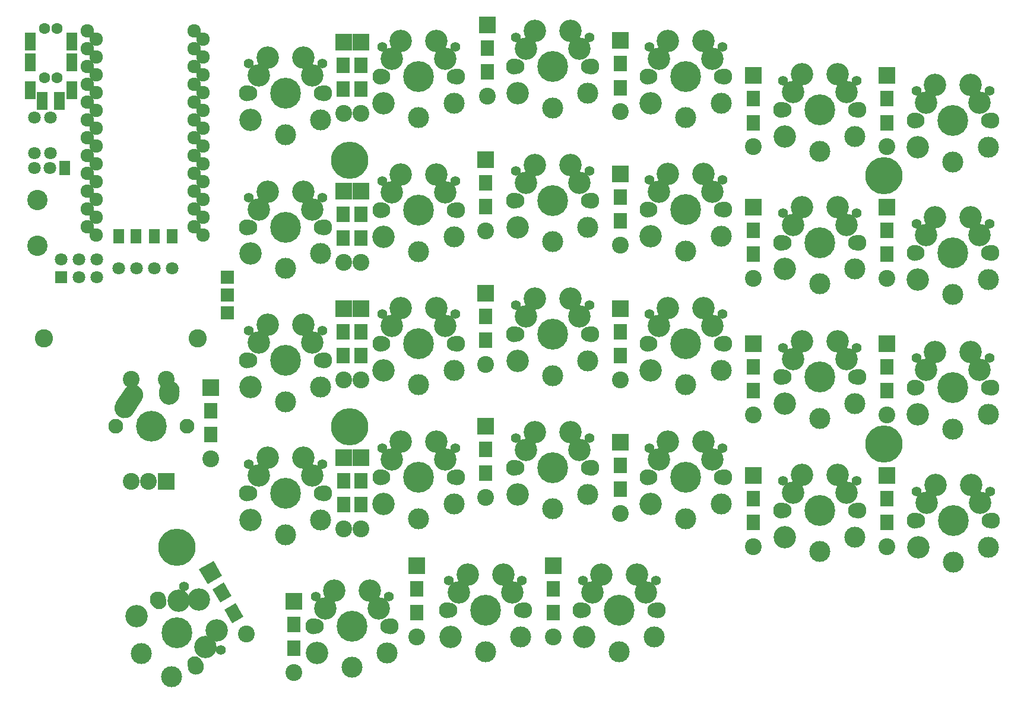
<source format=gbr>
G04 #@! TF.GenerationSoftware,KiCad,Pcbnew,5.1.6-c6e7f7d~87~ubuntu20.04.1*
G04 #@! TF.CreationDate,2020-10-22T20:53:10+01:00*
G04 #@! TF.ProjectId,Lily58,4c696c79-3538-42e6-9b69-6361645f7063,rev?*
G04 #@! TF.SameCoordinates,Original*
G04 #@! TF.FileFunction,Soldermask,Top*
G04 #@! TF.FilePolarity,Negative*
%FSLAX46Y46*%
G04 Gerber Fmt 4.6, Leading zero omitted, Abs format (unit mm)*
G04 Created by KiCad (PCBNEW 5.1.6-c6e7f7d~87~ubuntu20.04.1) date 2020-10-22 20:53:10*
%MOMM*%
%LPD*%
G01*
G04 APERTURE LIST*
%ADD10R,2.400000X2.400000*%
%ADD11C,2.400000*%
%ADD12C,2.600000*%
%ADD13C,2.101800*%
%ADD14C,4.387800*%
%ADD15C,1.600000*%
%ADD16R,1.600000X2.500000*%
%ADD17R,1.900000X2.200000*%
%ADD18C,2.398980*%
%ADD19R,2.398980X2.398980*%
%ADD20C,0.100000*%
%ADD21C,5.300000*%
%ADD22R,1.797000X1.797000*%
%ADD23C,1.797000*%
%ADD24C,2.900000*%
%ADD25C,1.924000*%
%ADD26C,1.400000*%
%ADD27C,3.000000*%
%ADD28C,3.200000*%
%ADD29C,2.100000*%
%ADD30C,4.400000*%
%ADD31C,2.300000*%
%ADD32R,1.924000X1.924000*%
%ADD33R,0.781000X0.781000*%
%ADD34R,1.543000X1.035000*%
G04 APERTURE END LIST*
D10*
X103441500Y-105346500D03*
D11*
X100941500Y-105346500D03*
X98441500Y-105346500D03*
X103441500Y-90846500D03*
X98441500Y-90846500D03*
D12*
X108000000Y-85000000D03*
X86000000Y-85000000D03*
G36*
G01*
X102453633Y-92900706D02*
X102493082Y-92322050D01*
G75*
G02*
X104038346Y-90974030I1446642J-98622D01*
G01*
X104038346Y-90974030D01*
G75*
G02*
X105386366Y-92519294I-98622J-1446642D01*
G01*
X105346918Y-93097950D01*
G75*
G02*
X103801654Y-94445970I-1446642J98622D01*
G01*
X103801654Y-94445970D01*
G75*
G02*
X102453634Y-92900706I98622J1446642D01*
G01*
G37*
G36*
G01*
X96317620Y-94149731D02*
X97526544Y-92252101D01*
G75*
G02*
X99528546Y-91808267I1222918J-779084D01*
G01*
X99528546Y-91808267D01*
G75*
G02*
X99972380Y-93810269I-779084J-1222918D01*
G01*
X98763456Y-95707899D01*
G75*
G02*
X96761454Y-96151733I-1222918J779084D01*
G01*
X96761454Y-96151733D01*
G75*
G02*
X96317620Y-94149731I779084J1222918D01*
G01*
G37*
D13*
X106480000Y-97500000D03*
X96320000Y-97500000D03*
D14*
X101400000Y-97500000D03*
D15*
X86150000Y-47800000D03*
X86150000Y-40800000D03*
D16*
X84050000Y-49600000D03*
X88250000Y-51100000D03*
X84050000Y-42600000D03*
X84050000Y-45600000D03*
D15*
X87900000Y-40800000D03*
X87900000Y-47800000D03*
D16*
X90000000Y-42600000D03*
X90000000Y-45600000D03*
X90000000Y-49600000D03*
X85800000Y-51100000D03*
D17*
X128750000Y-49450000D03*
X128750000Y-46050000D03*
D18*
X128752540Y-52910000D03*
D19*
X128752540Y-42750000D03*
D20*
G36*
X111777276Y-123694615D02*
G01*
X113422724Y-122744615D01*
X114522724Y-124649871D01*
X112877276Y-125599871D01*
X111777276Y-123694615D01*
G37*
G36*
X110077276Y-120750129D02*
G01*
X111722724Y-119800129D01*
X112822724Y-121705385D01*
X111177276Y-122655385D01*
X110077276Y-120750129D01*
G37*
D18*
X114882200Y-127167421D03*
D20*
G36*
X111440734Y-118807647D02*
G01*
X109363156Y-120007137D01*
X108163666Y-117929559D01*
X110241244Y-116730069D01*
X111440734Y-118807647D01*
G37*
D17*
X131250000Y-108700000D03*
X131250000Y-105300000D03*
D18*
X131252540Y-112160000D03*
D19*
X131252540Y-102000000D03*
D17*
X128750000Y-70700000D03*
X128750000Y-67300000D03*
D18*
X128752540Y-74160000D03*
D19*
X128752540Y-64000000D03*
D17*
X131250000Y-49450000D03*
X131250000Y-46050000D03*
D18*
X131252540Y-52910000D03*
D19*
X131252540Y-42750000D03*
D17*
X149250000Y-46950000D03*
X149250000Y-43550000D03*
D18*
X149252540Y-50410000D03*
D19*
X149252540Y-40250000D03*
D17*
X168250000Y-49200000D03*
X168250000Y-45800000D03*
D18*
X168252540Y-52660000D03*
D19*
X168252540Y-42500000D03*
D17*
X187250000Y-54200000D03*
X187250000Y-50800000D03*
D18*
X187252540Y-57660000D03*
D19*
X187252540Y-47500000D03*
D17*
X206250000Y-54200000D03*
X206250000Y-50800000D03*
D18*
X206252540Y-57660000D03*
D19*
X206252540Y-47500000D03*
D17*
X131252540Y-70652540D03*
X131252540Y-67252540D03*
D18*
X131255080Y-74112540D03*
D19*
X131255080Y-63952540D03*
D17*
X149000000Y-66200000D03*
X149000000Y-62800000D03*
D18*
X149002540Y-69660000D03*
D19*
X149002540Y-59500000D03*
D17*
X168250000Y-68200000D03*
X168250000Y-64800000D03*
D18*
X168252540Y-71660000D03*
D19*
X168252540Y-61500000D03*
D17*
X187250000Y-72950000D03*
X187250000Y-69550000D03*
D18*
X187252540Y-76410000D03*
D19*
X187252540Y-66250000D03*
D17*
X206250000Y-72950000D03*
X206250000Y-69550000D03*
D18*
X206252540Y-76410000D03*
D19*
X206252540Y-66250000D03*
D17*
X128750000Y-87450000D03*
X128750000Y-84050000D03*
D18*
X128752540Y-90910000D03*
D19*
X128752540Y-80750000D03*
D17*
X131250000Y-87450000D03*
X131250000Y-84050000D03*
D18*
X131252540Y-90910000D03*
D19*
X131252540Y-80750000D03*
D17*
X149000000Y-85200000D03*
X149000000Y-81800000D03*
D18*
X149002540Y-88660000D03*
D19*
X149002540Y-78500000D03*
D17*
X168250000Y-87450000D03*
X168250000Y-84050000D03*
D18*
X168252540Y-90910000D03*
D19*
X168252540Y-80750000D03*
D17*
X187250000Y-92450000D03*
X187250000Y-89050000D03*
D18*
X187252540Y-95910000D03*
D19*
X187252540Y-85750000D03*
D17*
X206250000Y-92450000D03*
X206250000Y-89050000D03*
D18*
X206252540Y-95910000D03*
D19*
X206252540Y-85750000D03*
D17*
X128800000Y-108700000D03*
X128800000Y-105300000D03*
D18*
X128802540Y-112160000D03*
D19*
X128802540Y-102000000D03*
D17*
X149000000Y-104200000D03*
X149000000Y-100800000D03*
D18*
X149002540Y-107660000D03*
D19*
X149002540Y-97500000D03*
D17*
X168250000Y-106450000D03*
X168250000Y-103050000D03*
D18*
X168252540Y-109910000D03*
D19*
X168252540Y-99750000D03*
D17*
X187250000Y-111200000D03*
X187250000Y-107800000D03*
D18*
X187252540Y-114660000D03*
D19*
X187252540Y-104500000D03*
D17*
X206250000Y-111200000D03*
X206250000Y-107800000D03*
D18*
X206252540Y-114660000D03*
D19*
X206252540Y-104500000D03*
D17*
X109800000Y-98700000D03*
X109800000Y-95300000D03*
D18*
X109802540Y-102160000D03*
D19*
X109802540Y-92000000D03*
D17*
X121700000Y-129200000D03*
X121700000Y-125800000D03*
D18*
X121702540Y-132660000D03*
D19*
X121702540Y-122500000D03*
D17*
X139200000Y-124100000D03*
X139200000Y-120700000D03*
D18*
X139202540Y-127560000D03*
D19*
X139202540Y-117400000D03*
D17*
X158700000Y-124100000D03*
X158700000Y-120700000D03*
D18*
X158702540Y-127560000D03*
D19*
X158702540Y-117400000D03*
D21*
X129600000Y-59600000D03*
X205800000Y-61800000D03*
X129600000Y-97600000D03*
X205800000Y-100000000D03*
X105000000Y-114800000D03*
D22*
X88483973Y-76263759D03*
D23*
X88483973Y-73723759D03*
X91023973Y-76263759D03*
X91023973Y-73723759D03*
X93563973Y-76263759D03*
X93563973Y-73723759D03*
D24*
X85100000Y-71750000D03*
X85100000Y-65250000D03*
D23*
X84688035Y-53499272D03*
X84688035Y-58579272D03*
X86938035Y-53499272D03*
X86938035Y-58579272D03*
X86900000Y-60700000D03*
X84700000Y-60700000D03*
D25*
X93478815Y-47405745D03*
X108718815Y-65185745D03*
X93478815Y-57565745D03*
X108718815Y-55025745D03*
X108718815Y-49945745D03*
X93478815Y-67725745D03*
X108718815Y-47405745D03*
X108718815Y-42325745D03*
X93478815Y-62645745D03*
X108718815Y-70265745D03*
X93478815Y-55025745D03*
X93478815Y-44865745D03*
X93478815Y-49945745D03*
X93478815Y-52485745D03*
X93478815Y-65185745D03*
X93478815Y-60105745D03*
X108718815Y-62645745D03*
X108718815Y-60105745D03*
X93478815Y-70265745D03*
X108718815Y-67725745D03*
X108718815Y-44865745D03*
X93478815Y-42325745D03*
X108718815Y-57565745D03*
X108718815Y-52485745D03*
X92180000Y-41130000D03*
X92180000Y-43670000D03*
X92180000Y-46210000D03*
X92180000Y-48750000D03*
X92180000Y-51290000D03*
X92180000Y-53830000D03*
X92180000Y-56370000D03*
X92180000Y-58910000D03*
X92180000Y-61450000D03*
X92180000Y-63990000D03*
X92180000Y-66530000D03*
X92180000Y-69070000D03*
X107420000Y-69070000D03*
X107420000Y-66530000D03*
X107420000Y-63990000D03*
X107420000Y-61450000D03*
X107420000Y-58910000D03*
X107420000Y-56370000D03*
X107420000Y-53830000D03*
X107420000Y-51290000D03*
X107420000Y-48750000D03*
X107420000Y-46210000D03*
X107420000Y-43670000D03*
X107420000Y-41130000D03*
D26*
X111247307Y-129420653D03*
D27*
X104209103Y-133230127D03*
X99890450Y-129950000D03*
D28*
X99209103Y-124569873D03*
X110669409Y-126659705D03*
X108129409Y-122260295D03*
X109104705Y-129029557D03*
D29*
X107540000Y-131399409D03*
X102460000Y-122600591D03*
D30*
X105000000Y-127000000D03*
D28*
X105294705Y-122430443D03*
D26*
X106027307Y-120379347D03*
D31*
X102250000Y-122236860D03*
X107750000Y-131763140D03*
D32*
X112200000Y-81300000D03*
X112200000Y-78760000D03*
X112200000Y-76220000D03*
D26*
X125720000Y-83900000D03*
D27*
X125500000Y-91900000D03*
X120500000Y-94000000D03*
D28*
X115500000Y-91900000D03*
X123040000Y-83020000D03*
X117960000Y-83020000D03*
X124310000Y-85560000D03*
D29*
X125580000Y-88100000D03*
X115420000Y-88100000D03*
D30*
X120500000Y-88100000D03*
D28*
X116690000Y-85560000D03*
D26*
X115280000Y-83900000D03*
D31*
X115000000Y-88100000D03*
X126000000Y-88100000D03*
D26*
X220920000Y-87800000D03*
D27*
X220700000Y-95800000D03*
X215700000Y-97900000D03*
D28*
X210700000Y-95800000D03*
X218240000Y-86920000D03*
X213160000Y-86920000D03*
X219510000Y-89460000D03*
D29*
X220780000Y-92000000D03*
X210620000Y-92000000D03*
D30*
X215700000Y-92000000D03*
D28*
X211890000Y-89460000D03*
D26*
X210480000Y-87800000D03*
D31*
X210200000Y-92000000D03*
X221200000Y-92000000D03*
D26*
X220970000Y-106800000D03*
D27*
X220750000Y-114800000D03*
X215750000Y-116900000D03*
D28*
X210750000Y-114800000D03*
X218290000Y-105920000D03*
X213210000Y-105920000D03*
X219560000Y-108460000D03*
D29*
X220830000Y-111000000D03*
X210670000Y-111000000D03*
D30*
X215750000Y-111000000D03*
D28*
X211940000Y-108460000D03*
D26*
X210530000Y-106800000D03*
D31*
X210250000Y-111000000D03*
X221250000Y-111000000D03*
D26*
X154220000Y-119550000D03*
D27*
X154000000Y-127550000D03*
X149000000Y-129650000D03*
D28*
X144000000Y-127550000D03*
X151540000Y-118670000D03*
X146460000Y-118670000D03*
X152810000Y-121210000D03*
D29*
X154080000Y-123750000D03*
X143920000Y-123750000D03*
D30*
X149000000Y-123750000D03*
D28*
X145190000Y-121210000D03*
D26*
X143780000Y-119550000D03*
D31*
X143500000Y-123750000D03*
X154500000Y-123750000D03*
D26*
X125720000Y-45800000D03*
D27*
X125500000Y-53800000D03*
X120500000Y-55900000D03*
D28*
X115500000Y-53800000D03*
X123040000Y-44920000D03*
X117960000Y-44920000D03*
X124310000Y-47460000D03*
D29*
X125580000Y-50000000D03*
X115420000Y-50000000D03*
D30*
X120500000Y-50000000D03*
D28*
X116690000Y-47460000D03*
D26*
X115280000Y-45800000D03*
D31*
X115000000Y-50000000D03*
X126000000Y-50000000D03*
D26*
X144720000Y-43400000D03*
D27*
X144500000Y-51400000D03*
X139500000Y-53500000D03*
D28*
X134500000Y-51400000D03*
X142040000Y-42520000D03*
X136960000Y-42520000D03*
X143310000Y-45060000D03*
D29*
X144580000Y-47600000D03*
X134420000Y-47600000D03*
D30*
X139500000Y-47600000D03*
D28*
X135690000Y-45060000D03*
D26*
X134280000Y-43400000D03*
D31*
X134000000Y-47600000D03*
X145000000Y-47600000D03*
D26*
X163820000Y-42010000D03*
D27*
X163600000Y-50010000D03*
X158600000Y-52110000D03*
D28*
X153600000Y-50010000D03*
X161140000Y-41130000D03*
X156060000Y-41130000D03*
X162410000Y-43670000D03*
D29*
X163680000Y-46210000D03*
X153520000Y-46210000D03*
D30*
X158600000Y-46210000D03*
D28*
X154790000Y-43670000D03*
D26*
X153380000Y-42010000D03*
D31*
X153100000Y-46210000D03*
X164100000Y-46210000D03*
D26*
X182820000Y-43400000D03*
D27*
X182600000Y-51400000D03*
X177600000Y-53500000D03*
D28*
X172600000Y-51400000D03*
X180140000Y-42520000D03*
X175060000Y-42520000D03*
X181410000Y-45060000D03*
D29*
X182680000Y-47600000D03*
X172520000Y-47600000D03*
D30*
X177600000Y-47600000D03*
D28*
X173790000Y-45060000D03*
D26*
X172380000Y-43400000D03*
D31*
X172100000Y-47600000D03*
X183100000Y-47600000D03*
D26*
X201920000Y-48200000D03*
D27*
X201700000Y-56200000D03*
X196700000Y-58300000D03*
D28*
X191700000Y-56200000D03*
X199240000Y-47320000D03*
X194160000Y-47320000D03*
X200510000Y-49860000D03*
D29*
X201780000Y-52400000D03*
X191620000Y-52400000D03*
D30*
X196700000Y-52400000D03*
D28*
X192890000Y-49860000D03*
D26*
X191480000Y-48200000D03*
D31*
X191200000Y-52400000D03*
X202200000Y-52400000D03*
D26*
X220920000Y-49700000D03*
D27*
X220700000Y-57700000D03*
X215700000Y-59800000D03*
D28*
X210700000Y-57700000D03*
X218240000Y-48820000D03*
X213160000Y-48820000D03*
X219510000Y-51360000D03*
D29*
X220780000Y-53900000D03*
X210620000Y-53900000D03*
D30*
X215700000Y-53900000D03*
D28*
X211890000Y-51360000D03*
D26*
X210480000Y-49700000D03*
D31*
X210200000Y-53900000D03*
X221200000Y-53900000D03*
D26*
X125720000Y-64900000D03*
D27*
X125500000Y-72900000D03*
X120500000Y-75000000D03*
D28*
X115500000Y-72900000D03*
X123040000Y-64020000D03*
X117960000Y-64020000D03*
X124310000Y-66560000D03*
D29*
X125580000Y-69100000D03*
X115420000Y-69100000D03*
D30*
X120500000Y-69100000D03*
D28*
X116690000Y-66560000D03*
D26*
X115280000Y-64900000D03*
D31*
X115000000Y-69100000D03*
X126000000Y-69100000D03*
D26*
X144720000Y-62500000D03*
D27*
X144500000Y-70500000D03*
X139500000Y-72600000D03*
D28*
X134500000Y-70500000D03*
X142040000Y-61620000D03*
X136960000Y-61620000D03*
X143310000Y-64160000D03*
D29*
X144580000Y-66700000D03*
X134420000Y-66700000D03*
D30*
X139500000Y-66700000D03*
D28*
X135690000Y-64160000D03*
D26*
X134280000Y-62500000D03*
D31*
X134000000Y-66700000D03*
X145000000Y-66700000D03*
D26*
X163820000Y-61100000D03*
D27*
X163600000Y-69100000D03*
X158600000Y-71200000D03*
D28*
X153600000Y-69100000D03*
X161140000Y-60220000D03*
X156060000Y-60220000D03*
X162410000Y-62760000D03*
D29*
X163680000Y-65300000D03*
X153520000Y-65300000D03*
D30*
X158600000Y-65300000D03*
D28*
X154790000Y-62760000D03*
D26*
X153380000Y-61100000D03*
D31*
X153100000Y-65300000D03*
X164100000Y-65300000D03*
D26*
X182820000Y-62400000D03*
D27*
X182600000Y-70400000D03*
X177600000Y-72500000D03*
D28*
X172600000Y-70400000D03*
X180140000Y-61520000D03*
X175060000Y-61520000D03*
X181410000Y-64060000D03*
D29*
X182680000Y-66600000D03*
X172520000Y-66600000D03*
D30*
X177600000Y-66600000D03*
D28*
X173790000Y-64060000D03*
D26*
X172380000Y-62400000D03*
D31*
X172100000Y-66600000D03*
X183100000Y-66600000D03*
D26*
X201920000Y-67100000D03*
D27*
X201700000Y-75100000D03*
X196700000Y-77200000D03*
D28*
X191700000Y-75100000D03*
X199240000Y-66220000D03*
X194160000Y-66220000D03*
X200510000Y-68760000D03*
D29*
X201780000Y-71300000D03*
X191620000Y-71300000D03*
D30*
X196700000Y-71300000D03*
D28*
X192890000Y-68760000D03*
D26*
X191480000Y-67100000D03*
D31*
X191200000Y-71300000D03*
X202200000Y-71300000D03*
D26*
X220920000Y-68600000D03*
D27*
X220700000Y-76600000D03*
X215700000Y-78700000D03*
D28*
X210700000Y-76600000D03*
X218240000Y-67720000D03*
X213160000Y-67720000D03*
X219510000Y-70260000D03*
D29*
X220780000Y-72800000D03*
X210620000Y-72800000D03*
D30*
X215700000Y-72800000D03*
D28*
X211890000Y-70260000D03*
D26*
X210480000Y-68600000D03*
D31*
X210200000Y-72800000D03*
X221200000Y-72800000D03*
D26*
X144720000Y-81500000D03*
D27*
X144500000Y-89500000D03*
X139500000Y-91600000D03*
D28*
X134500000Y-89500000D03*
X142040000Y-80620000D03*
X136960000Y-80620000D03*
X143310000Y-83160000D03*
D29*
X144580000Y-85700000D03*
X134420000Y-85700000D03*
D30*
X139500000Y-85700000D03*
D28*
X135690000Y-83160000D03*
D26*
X134280000Y-81500000D03*
D31*
X134000000Y-85700000D03*
X145000000Y-85700000D03*
D26*
X163820000Y-80200000D03*
D27*
X163600000Y-88200000D03*
X158600000Y-90300000D03*
D28*
X153600000Y-88200000D03*
X161140000Y-79320000D03*
X156060000Y-79320000D03*
X162410000Y-81860000D03*
D29*
X163680000Y-84400000D03*
X153520000Y-84400000D03*
D30*
X158600000Y-84400000D03*
D28*
X154790000Y-81860000D03*
D26*
X153380000Y-80200000D03*
D31*
X153100000Y-84400000D03*
X164100000Y-84400000D03*
D26*
X182820000Y-81500000D03*
D27*
X182600000Y-89500000D03*
X177600000Y-91600000D03*
D28*
X172600000Y-89500000D03*
X180140000Y-80620000D03*
X175060000Y-80620000D03*
X181410000Y-83160000D03*
D29*
X182680000Y-85700000D03*
X172520000Y-85700000D03*
D30*
X177600000Y-85700000D03*
D28*
X173790000Y-83160000D03*
D26*
X172380000Y-81500000D03*
D31*
X172100000Y-85700000D03*
X183100000Y-85700000D03*
D26*
X201920000Y-86300000D03*
D27*
X201700000Y-94300000D03*
X196700000Y-96400000D03*
D28*
X191700000Y-94300000D03*
X199240000Y-85420000D03*
X194160000Y-85420000D03*
X200510000Y-87960000D03*
D29*
X201780000Y-90500000D03*
X191620000Y-90500000D03*
D30*
X196700000Y-90500000D03*
D28*
X192890000Y-87960000D03*
D26*
X191480000Y-86300000D03*
D31*
X191200000Y-90500000D03*
X202200000Y-90500000D03*
D26*
X125720000Y-102900000D03*
D27*
X125500000Y-110900000D03*
X120500000Y-113000000D03*
D28*
X115500000Y-110900000D03*
X123040000Y-102020000D03*
X117960000Y-102020000D03*
X124310000Y-104560000D03*
D29*
X125580000Y-107100000D03*
X115420000Y-107100000D03*
D30*
X120500000Y-107100000D03*
D28*
X116690000Y-104560000D03*
D26*
X115280000Y-102900000D03*
D31*
X115000000Y-107100000D03*
X126000000Y-107100000D03*
D26*
X144720000Y-100600000D03*
D27*
X144500000Y-108600000D03*
X139500000Y-110700000D03*
D28*
X134500000Y-108600000D03*
X142040000Y-99720000D03*
X136960000Y-99720000D03*
X143310000Y-102260000D03*
D29*
X144580000Y-104800000D03*
X134420000Y-104800000D03*
D30*
X139500000Y-104800000D03*
D28*
X135690000Y-102260000D03*
D26*
X134280000Y-100600000D03*
D31*
X134000000Y-104800000D03*
X145000000Y-104800000D03*
D26*
X163820000Y-99200000D03*
D27*
X163600000Y-107200000D03*
X158600000Y-109300000D03*
D28*
X153600000Y-107200000D03*
X161140000Y-98320000D03*
X156060000Y-98320000D03*
X162410000Y-100860000D03*
D29*
X163680000Y-103400000D03*
X153520000Y-103400000D03*
D30*
X158600000Y-103400000D03*
D28*
X154790000Y-100860000D03*
D26*
X153380000Y-99200000D03*
D31*
X153100000Y-103400000D03*
X164100000Y-103400000D03*
D26*
X182820000Y-100600000D03*
D27*
X182600000Y-108600000D03*
X177600000Y-110700000D03*
D28*
X172600000Y-108600000D03*
X180140000Y-99720000D03*
X175060000Y-99720000D03*
X181410000Y-102260000D03*
D29*
X182680000Y-104800000D03*
X172520000Y-104800000D03*
D30*
X177600000Y-104800000D03*
D28*
X173790000Y-102260000D03*
D26*
X172380000Y-100600000D03*
D31*
X172100000Y-104800000D03*
X183100000Y-104800000D03*
D26*
X201920000Y-105300000D03*
D27*
X201700000Y-113300000D03*
X196700000Y-115400000D03*
D28*
X191700000Y-113300000D03*
X199240000Y-104420000D03*
X194160000Y-104420000D03*
X200510000Y-106960000D03*
D29*
X201780000Y-109500000D03*
X191620000Y-109500000D03*
D30*
X196700000Y-109500000D03*
D28*
X192890000Y-106960000D03*
D26*
X191480000Y-105300000D03*
D31*
X191200000Y-109500000D03*
X202200000Y-109500000D03*
D26*
X135220000Y-121800000D03*
D27*
X135000000Y-129800000D03*
X130000000Y-131900000D03*
D28*
X125000000Y-129800000D03*
X132540000Y-120920000D03*
X127460000Y-120920000D03*
X133810000Y-123460000D03*
D29*
X135080000Y-126000000D03*
X124920000Y-126000000D03*
D30*
X130000000Y-126000000D03*
D28*
X126190000Y-123460000D03*
D26*
X124780000Y-121800000D03*
D31*
X124500000Y-126000000D03*
X135500000Y-126000000D03*
D26*
X173320000Y-119550000D03*
D27*
X173100000Y-127550000D03*
X168100000Y-129650000D03*
D28*
X163100000Y-127550000D03*
X170640000Y-118670000D03*
X165560000Y-118670000D03*
X171910000Y-121210000D03*
D29*
X173180000Y-123750000D03*
X163020000Y-123750000D03*
D30*
X168100000Y-123750000D03*
D28*
X164290000Y-121210000D03*
D26*
X162880000Y-119550000D03*
D31*
X162600000Y-123750000D03*
X173600000Y-123750000D03*
D33*
X89000000Y-60700000D03*
D34*
X89000000Y-60199620D03*
X89000000Y-61200380D03*
X104300000Y-69899620D03*
X104300000Y-70900380D03*
X101800000Y-70900380D03*
X101800000Y-69899620D03*
X99200000Y-69899620D03*
X99200000Y-70900380D03*
X96700000Y-70900380D03*
X96700000Y-69899620D03*
D23*
X96700000Y-75000000D03*
X99240000Y-75000000D03*
X101780000Y-75000000D03*
X104320000Y-75000000D03*
M02*

</source>
